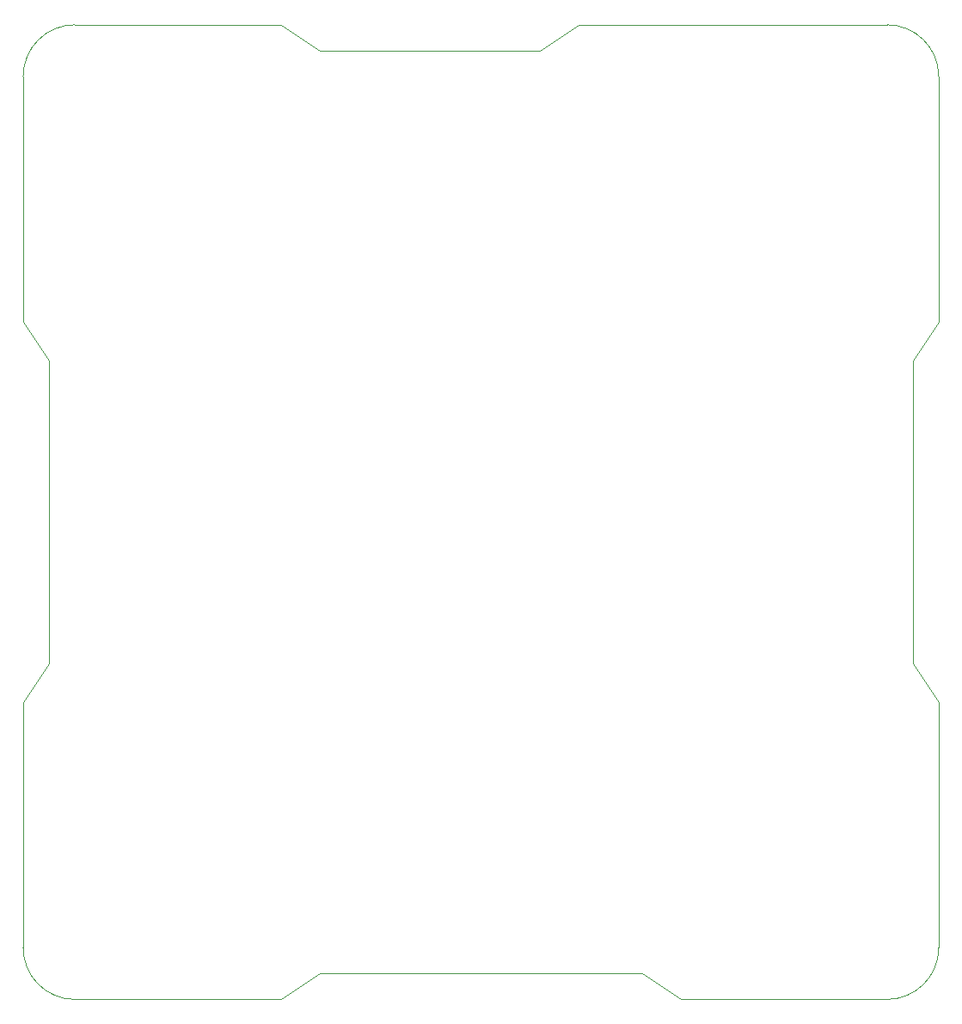
<source format=gbr>
%TF.GenerationSoftware,KiCad,Pcbnew,6.0.9*%
%TF.CreationDate,2022-12-12T20:01:49-05:00*%
%TF.ProjectId,piridium-eps,70697269-6469-4756-9d2d-6570732e6b69,rev?*%
%TF.SameCoordinates,Original*%
%TF.FileFunction,Profile,NP*%
%FSLAX46Y46*%
G04 Gerber Fmt 4.6, Leading zero omitted, Abs format (unit mm)*
G04 Created by KiCad (PCBNEW 6.0.9) date 2022-12-12 20:01:49*
%MOMM*%
%LPD*%
G01*
G04 APERTURE LIST*
%TA.AperFunction,Profile*%
%ADD10C,0.050000*%
%TD*%
G04 APERTURE END LIST*
D10*
X186690000Y-146690000D02*
X166370000Y-146690000D01*
X191770000Y-55880000D02*
G75*
G03*
X186690000Y-50800000I-5080000J0D01*
G01*
X127000000Y-146690000D02*
X130810000Y-144150000D01*
X104140000Y-83820000D02*
X104140000Y-113670000D01*
X191770000Y-117480000D02*
X191770000Y-141610000D01*
X156337000Y-50800000D02*
X186690000Y-50800000D01*
X130810000Y-53340000D02*
X127000000Y-50800000D01*
X101600000Y-80010000D02*
X101600000Y-55880000D01*
X191770000Y-80010000D02*
X191770000Y-55880000D01*
X101600000Y-80010000D02*
X104140000Y-83820000D01*
X106680000Y-50800000D02*
G75*
G03*
X101600000Y-55880000I0J-5080000D01*
G01*
X152527000Y-53340000D02*
X130810000Y-53340000D01*
X101600000Y-141610000D02*
G75*
G03*
X106680000Y-146690000I5080000J0D01*
G01*
X191770000Y-117480000D02*
X189230000Y-113670000D01*
X186690000Y-146690000D02*
G75*
G03*
X191770000Y-141610000I0J5080000D01*
G01*
X189230000Y-113670000D02*
X189230000Y-83820000D01*
X130810000Y-144150000D02*
X162560000Y-144150000D01*
X104140000Y-113670000D02*
X101600000Y-117480000D01*
X189230000Y-83820000D02*
X191770000Y-80010000D01*
X162560000Y-144150000D02*
X166370000Y-146690000D01*
X156337000Y-50800000D02*
X152527000Y-53340000D01*
X106680000Y-50800000D02*
X127000000Y-50800000D01*
X106680000Y-146690000D02*
X127000000Y-146690000D01*
X101600000Y-117480000D02*
X101600000Y-141610000D01*
M02*

</source>
